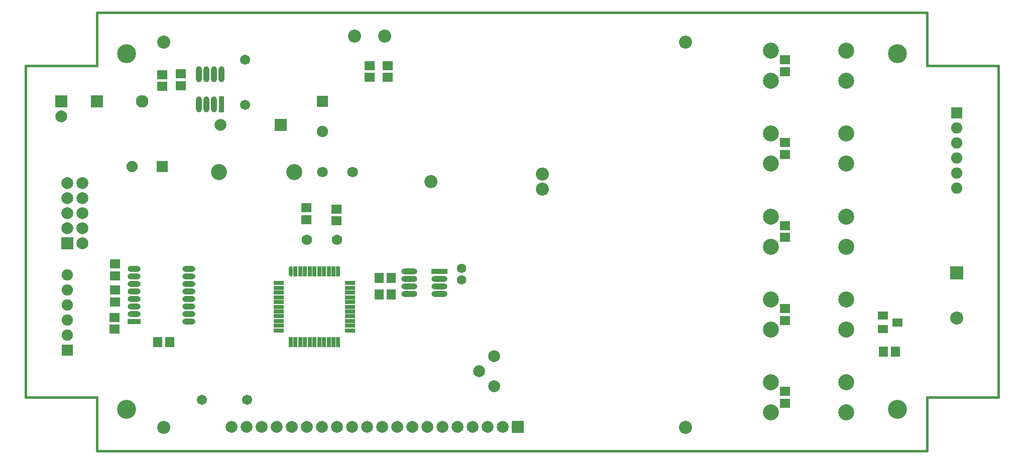
<source format=gbs>
%FSLAX43Y43*%
%MOMM*%
G71*
G01*
G75*
G04 Layer_Color=16711935*
%ADD10C,0.348*%
%ADD11C,0.599*%
%ADD12C,0.350*%
%ADD13C,0.600*%
%ADD14C,2.000*%
%ADD15C,2.500*%
%ADD16C,1.800*%
%ADD17R,1.800X1.800*%
%ADD18C,3.000*%
%ADD19R,1.700X1.700*%
%ADD20C,1.700*%
%ADD21C,1.600*%
%ADD22R,1.900X1.900*%
%ADD23C,1.900*%
%ADD24R,1.700X1.700*%
%ADD25R,1.800X1.800*%
%ADD26R,2.000X2.000*%
%ADD27C,1.500*%
%ADD28C,1.400*%
%ADD29C,1.575*%
%ADD30C,1.100*%
%ADD31C,1.100*%
%ADD32R,1.600X1.300*%
%ADD33R,1.300X1.600*%
%ADD34R,1.600X1.200*%
%ADD35O,0.750X2.500*%
%ADD36R,0.750X2.500*%
%ADD37O,2.500X0.750*%
%ADD38R,2.500X0.750*%
%ADD39R,0.500X1.500*%
%ADD40R,1.500X0.500*%
%ADD41O,0.500X1.500*%
%ADD42O,2.000X0.750*%
%ADD43R,2.000X0.750*%
%ADD44C,0.381*%
%ADD45C,0.500*%
%ADD46C,0.254*%
%ADD47C,0.127*%
%ADD48C,0.420*%
%ADD49C,2.203*%
%ADD50C,2.703*%
%ADD51C,2.003*%
%ADD52R,2.003X2.003*%
%ADD53C,3.203*%
%ADD54R,1.903X1.903*%
%ADD55C,1.903*%
%ADD56C,1.803*%
%ADD57R,2.103X2.103*%
%ADD58C,2.103*%
%ADD59R,1.903X1.903*%
%ADD60R,2.003X2.003*%
%ADD61R,2.203X2.203*%
%ADD62C,1.703*%
%ADD63C,1.603*%
%ADD64C,1.778*%
%ADD65R,1.803X1.503*%
%ADD66R,1.503X1.803*%
%ADD67R,1.803X1.403*%
%ADD68O,0.953X2.703*%
%ADD69R,0.953X2.703*%
%ADD70O,2.703X0.953*%
%ADD71R,2.703X0.953*%
%ADD72R,0.703X1.703*%
%ADD73R,1.703X0.703*%
%ADD74O,0.703X1.703*%
%ADD75O,2.203X0.953*%
%ADD76R,2.203X0.953*%
D48*
X-17000Y2000D02*
X-5000D01*
Y58000D02*
Y67000D01*
X-17000Y58000D02*
X-5000D01*
X-17000Y2000D02*
Y58000D01*
X-5000Y-7000D02*
Y2000D01*
Y-7000D02*
X135000D01*
Y2000D01*
X147000D01*
Y58000D01*
X135000D02*
X147000D01*
X135000D02*
Y67000D01*
X-5000D02*
X135000D01*
D49*
X6240Y-3040D02*
D03*
X94240D02*
D03*
X6240Y61960D02*
D03*
X94240D02*
D03*
X70100Y37130D02*
D03*
X70100Y39670D02*
D03*
X51300Y38400D02*
D03*
X140000Y15380D02*
D03*
X43540Y63000D02*
D03*
X38460D02*
D03*
D50*
X108650Y41460D02*
D03*
X121350D02*
D03*
X108650Y27460D02*
D03*
X121350Y27460D02*
D03*
X108650Y13460D02*
D03*
X121350Y13460D02*
D03*
X108650Y-540D02*
D03*
X121350Y-540D02*
D03*
X108650Y46540D02*
D03*
X121350Y46540D02*
D03*
X108650Y32540D02*
D03*
X121350D02*
D03*
X108650Y18540D02*
D03*
X121350D02*
D03*
X108650Y4540D02*
D03*
X121350D02*
D03*
X28300Y40000D02*
D03*
X15600D02*
D03*
X121350Y60540D02*
D03*
X108650Y60540D02*
D03*
X121350Y55460D02*
D03*
X108650D02*
D03*
D51*
X30440Y-3000D02*
D03*
X27900D02*
D03*
X50760D02*
D03*
X48220D02*
D03*
X45680D02*
D03*
X43140D02*
D03*
X40600D02*
D03*
X38060D02*
D03*
X35520D02*
D03*
X32980D02*
D03*
X58380D02*
D03*
X53300D02*
D03*
X17740D02*
D03*
X20280D02*
D03*
X25360D02*
D03*
X55840D02*
D03*
X63460D02*
D03*
X22820D02*
D03*
X60920D02*
D03*
X62000Y9000D02*
D03*
X59460Y6460D02*
D03*
X62000Y3920D02*
D03*
X15840Y48000D02*
D03*
X-11000Y49460D02*
D03*
X-7460Y33080D02*
D03*
X-10000Y33080D02*
D03*
X-7460Y28000D02*
D03*
Y35620D02*
D03*
X-10000D02*
D03*
X-7460Y30540D02*
D03*
X-10000D02*
D03*
X-10000Y38160D02*
D03*
X-7460Y38160D02*
D03*
D52*
X66000Y-3000D02*
D03*
X26000Y48000D02*
D03*
D53*
X0Y0D02*
D03*
Y60000D02*
D03*
X130000D02*
D03*
Y0D02*
D03*
D54*
X6000Y41000D02*
D03*
D55*
X920D02*
D03*
X140000Y47460D02*
D03*
X140000Y44920D02*
D03*
Y42380D02*
D03*
Y39840D02*
D03*
Y37300D02*
D03*
X-10000Y15080D02*
D03*
Y20160D02*
D03*
Y17620D02*
D03*
Y12540D02*
D03*
Y22700D02*
D03*
X33000Y46920D02*
D03*
D56*
Y40000D02*
D03*
X38080D02*
D03*
D57*
X-5000Y52000D02*
D03*
D58*
X2620Y52000D02*
D03*
D59*
X140000Y50000D02*
D03*
X-10000Y10000D02*
D03*
X33000Y52000D02*
D03*
D60*
X-11000Y52000D02*
D03*
X-10000Y28000D02*
D03*
D61*
X140000Y23000D02*
D03*
D62*
X20000Y59000D02*
D03*
X20000Y51380D02*
D03*
X12700Y1600D02*
D03*
X20320D02*
D03*
D63*
X56500Y21800D02*
D03*
Y23800D02*
D03*
D64*
X35480Y28600D02*
D03*
X30400D02*
D03*
D65*
X111000Y59000D02*
D03*
Y57000D02*
D03*
Y45000D02*
D03*
Y43000D02*
D03*
Y31000D02*
D03*
Y29000D02*
D03*
Y17000D02*
D03*
Y15000D02*
D03*
Y3000D02*
D03*
Y1000D02*
D03*
X41000Y58000D02*
D03*
Y56000D02*
D03*
X-2000Y13500D02*
D03*
Y15500D02*
D03*
X-1900Y22500D02*
D03*
Y24500D02*
D03*
Y20100D02*
D03*
X-1900Y18100D02*
D03*
X30300Y32000D02*
D03*
Y34000D02*
D03*
X35400Y31800D02*
D03*
Y33800D02*
D03*
X44000Y56000D02*
D03*
Y58000D02*
D03*
X6000Y56500D02*
D03*
Y54500D02*
D03*
X9200Y56600D02*
D03*
X9200Y54600D02*
D03*
D66*
X7300Y11300D02*
D03*
X5300D02*
D03*
X42600Y22200D02*
D03*
X44600D02*
D03*
X42600Y19400D02*
D03*
X44600D02*
D03*
X129600Y9700D02*
D03*
X127600D02*
D03*
D67*
X127500Y13500D02*
D03*
X130000Y14650D02*
D03*
X127500Y15800D02*
D03*
D68*
X13460Y56580D02*
D03*
X14730Y51500D02*
D03*
X16000Y56580D02*
D03*
X14730Y56580D02*
D03*
X12190Y56580D02*
D03*
X13460Y51500D02*
D03*
X12190Y51500D02*
D03*
D69*
X16000Y51500D02*
D03*
D70*
X47720Y23300D02*
D03*
Y19490D02*
D03*
Y20760D02*
D03*
X52800Y22030D02*
D03*
Y20760D02*
D03*
Y19490D02*
D03*
X47720Y22030D02*
D03*
D71*
X52800Y23300D02*
D03*
D72*
X33300Y23300D02*
D03*
X32500D02*
D03*
X30900Y23300D02*
D03*
X30900Y11300D02*
D03*
X32500D02*
D03*
X34900Y23300D02*
D03*
X29300Y23300D02*
D03*
X35700Y23300D02*
D03*
X34100Y23300D02*
D03*
X30100D02*
D03*
X28500D02*
D03*
X31700Y23300D02*
D03*
Y11300D02*
D03*
X33300Y11300D02*
D03*
X34100D02*
D03*
X34900D02*
D03*
X35700Y11300D02*
D03*
X29300Y11300D02*
D03*
X30100Y11300D02*
D03*
X27700D02*
D03*
X28500Y11300D02*
D03*
D73*
X25700Y16500D02*
D03*
X37700Y17300D02*
D03*
Y21300D02*
D03*
X25700Y18900D02*
D03*
X25700Y18100D02*
D03*
X37700Y19700D02*
D03*
X25700Y17300D02*
D03*
X37700Y16500D02*
D03*
Y18100D02*
D03*
Y18900D02*
D03*
X37700Y13300D02*
D03*
X37700Y14100D02*
D03*
X37700Y14900D02*
D03*
X37700Y15700D02*
D03*
Y20500D02*
D03*
X25700Y13300D02*
D03*
X25700Y14100D02*
D03*
Y14900D02*
D03*
Y15700D02*
D03*
Y19700D02*
D03*
X25700Y20500D02*
D03*
X25700Y21300D02*
D03*
D74*
X27700Y23300D02*
D03*
D75*
X10500Y14800D02*
D03*
X10500Y22420D02*
D03*
X10500Y21150D02*
D03*
Y23690D02*
D03*
X10500Y19880D02*
D03*
Y18610D02*
D03*
X1300Y23690D02*
D03*
Y21150D02*
D03*
X1300Y19880D02*
D03*
Y18610D02*
D03*
Y22420D02*
D03*
X10500Y17340D02*
D03*
X1300Y16070D02*
D03*
X1300Y17340D02*
D03*
X10500Y16070D02*
D03*
D76*
X1300Y14800D02*
D03*
M02*

</source>
